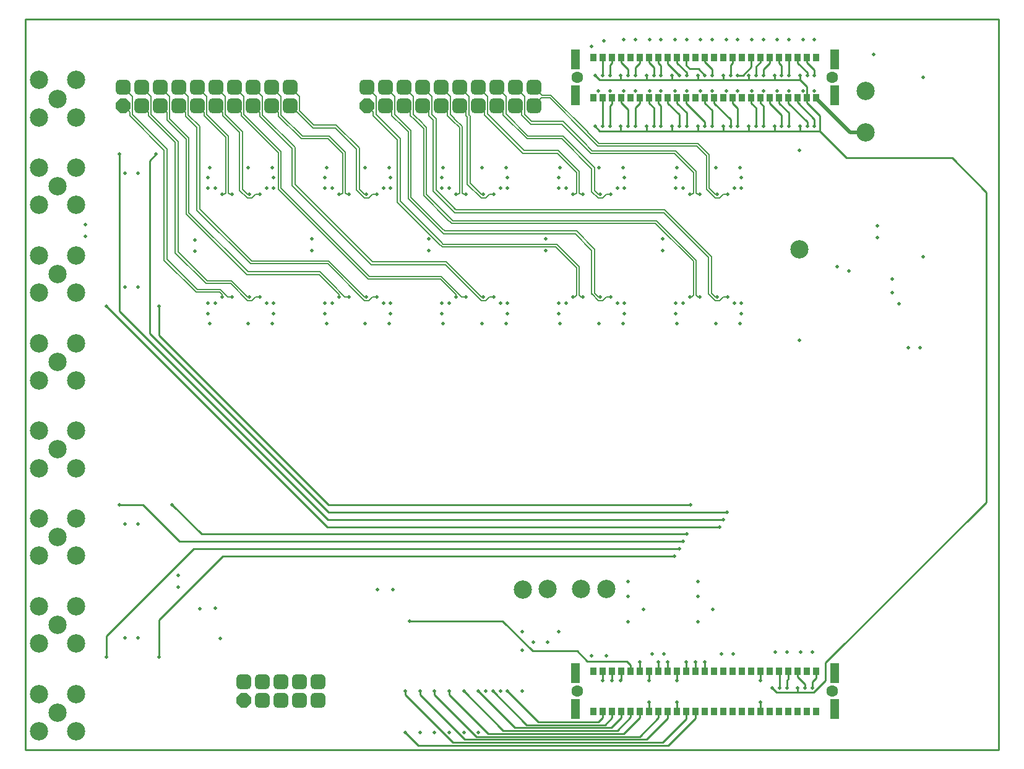
<source format=gbl>
G04*
G04 #@! TF.GenerationSoftware,Altium Limited,Altium Designer,19.0.10 (269)*
G04*
G04 Layer_Physical_Order=4*
G04 Layer_Color=16711680*
%FSLAX44Y44*%
%MOMM*%
G71*
G01*
G75*
%ADD11C,0.2500*%
%ADD49C,0.5000*%
%ADD50C,0.2000*%
%ADD52C,1.6000*%
G04:AMPARAMS|DCode=53|XSize=2mm|YSize=2mm|CornerRadius=0.5mm|HoleSize=0mm|Usage=FLASHONLY|Rotation=180.000|XOffset=0mm|YOffset=0mm|HoleType=Round|Shape=RoundedRectangle|*
%AMROUNDEDRECTD53*
21,1,2.0000,1.0000,0,0,180.0*
21,1,1.0000,2.0000,0,0,180.0*
1,1,1.0000,-0.5000,0.5000*
1,1,1.0000,0.5000,0.5000*
1,1,1.0000,0.5000,-0.5000*
1,1,1.0000,-0.5000,-0.5000*
%
%ADD53ROUNDEDRECTD53*%
%ADD54P,2.1648X8X202.5*%
%ADD55C,2.5000*%
%ADD56C,0.5000*%
%ADD65R,1.2000X2.7000*%
G04:AMPARAMS|DCode=66|XSize=0.8mm|YSize=1.1mm|CornerRadius=0.1mm|HoleSize=0mm|Usage=FLASHONLY|Rotation=180.000|XOffset=0mm|YOffset=0mm|HoleType=Round|Shape=RoundedRectangle|*
%AMROUNDEDRECTD66*
21,1,0.8000,0.9000,0,0,180.0*
21,1,0.6000,1.1000,0,0,180.0*
1,1,0.2000,-0.3000,0.4500*
1,1,0.2000,0.3000,0.4500*
1,1,0.2000,0.3000,-0.4500*
1,1,0.2000,-0.3000,-0.4500*
%
%ADD66ROUNDEDRECTD66*%
D11*
X1022000Y85000D02*
X1028000Y79000D01*
X1037000D01*
X1315000Y339000D02*
Y763000D01*
X1268000Y810000D02*
X1315000Y763000D01*
X1124000Y810000D02*
X1268000D01*
X1095000Y119000D02*
X1315000Y339000D01*
X1095000Y95000D02*
Y119000D01*
X1087000Y847000D02*
X1124000Y810000D01*
X1087000Y847000D02*
Y868000D01*
X1075000Y847000D02*
X1087000D01*
X1032000Y85000D02*
Y107500D01*
X1044300Y97300D02*
Y107500D01*
X1042000Y95000D02*
X1044300Y97300D01*
X1057000Y100000D02*
Y107500D01*
Y100000D02*
X1067000Y90000D01*
X1082400Y98400D02*
Y107500D01*
X1077000Y93000D02*
X1082400Y98400D01*
X1084000Y84000D02*
X1095000Y95000D01*
X1044000Y79000D02*
X1057000D01*
X1067000Y85000D02*
Y90000D01*
X1077000Y85000D02*
Y93000D01*
X1057000Y79000D02*
Y85000D01*
Y79000D02*
X1072000D01*
X1072000Y79000D01*
X1084000Y84000D02*
Y84000D01*
X1079000Y79000D02*
X1084000Y84000D01*
X1072000Y79000D02*
X1079000D01*
X1042000Y85000D02*
Y95000D01*
X1037000Y79000D02*
X1037000Y79000D01*
X1044000D02*
X1044000Y79000D01*
X1037000Y79000D02*
X1044000D01*
X828000Y107500D02*
Y116000D01*
X823000Y121000D02*
X828000Y116000D01*
X769000Y121000D02*
X823000D01*
X755000Y135000D02*
X769000Y121000D01*
X694000Y135000D02*
X755000D01*
X653000Y176000D02*
X694000Y135000D01*
X526000Y176000D02*
X653000D01*
X828000Y107500D02*
X828400D01*
X633000Y22000D02*
X819000D01*
X579998Y75002D02*
X633000Y22000D01*
X579998Y75002D02*
Y79998D01*
X617000Y18000D02*
X840500D01*
X559997Y75002D02*
X617000Y18000D01*
X559997Y75002D02*
Y79998D01*
X601000Y14000D02*
X850000D01*
X539997Y75003D02*
X601000Y14000D01*
X539997Y75003D02*
Y79997D01*
X585000Y10000D02*
X872000D01*
X519997Y75003D02*
X585000Y10000D01*
X519997Y75003D02*
Y79997D01*
X815000Y95000D02*
X815700Y95700D01*
Y107500D01*
X803000Y95000D02*
Y107500D01*
X790300Y95300D02*
Y107500D01*
X790000Y95000D02*
X790300Y95300D01*
X1150000Y900000D02*
Y902000D01*
X1082500Y892500D02*
X1083000Y892000D01*
X1082400Y892500D02*
X1082500D01*
X955000Y917000D02*
X990000D01*
X920000D02*
X955000D01*
X850000D02*
X885000D01*
X815000D02*
X850000D01*
X1069700Y892500D02*
Y907300D01*
X1060000Y917000D02*
X1069700Y907300D01*
X1075000Y847000D02*
X1075000Y847000D01*
X1069700Y885300D02*
X1087000Y868000D01*
X1069700Y885300D02*
Y892500D01*
X921000Y932000D02*
X930000Y923000D01*
X909000Y932000D02*
X921000D01*
X904600Y936400D02*
X909000Y932000D01*
X1025000Y917000D02*
X1060000D01*
Y923000D01*
X990000Y917000D02*
X1025000D01*
Y923000D01*
X990000Y917000D02*
Y923000D01*
X955000Y917000D02*
Y923000D01*
X885000Y917000D02*
X920000D01*
Y923000D01*
X885000Y917000D02*
Y923000D01*
X920000Y847000D02*
X955000D01*
X990000D02*
Y853000D01*
Y847000D02*
Y847000D01*
X955000D02*
X990000D01*
X850000Y917000D02*
Y923000D01*
X780000Y923000D02*
X786000Y917000D01*
X815000D01*
Y923000D01*
X1060000Y847000D02*
X1075000D01*
X1060000D02*
Y853000D01*
X1025000Y847000D02*
X1060000D01*
X1025000D02*
Y853000D01*
X990000Y847000D02*
X1025000D01*
X955000Y847000D02*
Y853000D01*
X920000Y847000D02*
Y853000D01*
X885000Y847000D02*
X920000D01*
X885000D02*
Y853000D01*
X850000Y847000D02*
X885000D01*
X850000D02*
Y853000D01*
X815000Y847000D02*
Y853000D01*
Y847000D02*
X850000D01*
X786000D02*
X815000D01*
X780000Y853000D02*
X786000Y847000D01*
X211000Y285000D02*
X900000D01*
X241000Y295000D02*
X905000D01*
X230000Y275000D02*
X895000D01*
X270000Y265000D02*
X888000D01*
X415000Y325000D02*
X912000Y325000D01*
X170000Y570000D02*
X415000Y325000D01*
X912000Y325000D02*
X960000D01*
X414000Y315000D02*
X906000Y315000D01*
X129000Y600000D02*
X414000Y315000D01*
X906000Y315000D02*
X955000D01*
X413000Y305000D02*
X950000Y305000D01*
X111000Y607000D02*
X413000Y305000D01*
X414929Y335071D02*
X910000Y335071D01*
X183000Y178000D02*
X270000Y265000D01*
X183000Y567000D02*
X414929Y335071D01*
X955000Y315000D02*
Y315222D01*
Y314722D02*
Y315000D01*
X183000Y127000D02*
Y178000D01*
X111000Y156000D02*
X230000Y275000D01*
X111000Y127000D02*
Y156000D01*
X201000Y335000D02*
X241000Y295000D01*
X161000Y335000D02*
X211000Y285000D01*
X129000Y335000D02*
X161000D01*
X183000Y567000D02*
Y607000D01*
X170000Y806000D02*
X179000Y815000D01*
X170000Y570000D02*
Y806000D01*
X183000Y607000D02*
X183000D01*
X790000Y44000D02*
Y52500D01*
X917300Y43300D02*
Y52500D01*
X880000Y6000D02*
X917300Y43300D01*
X537997Y6000D02*
X880000D01*
X519998Y23998D02*
X537997Y6000D01*
X904600Y42600D02*
Y52500D01*
X872000Y10000D02*
X904600Y42600D01*
X879200Y43200D02*
Y52500D01*
X850000Y14000D02*
X879200Y43200D01*
X866500Y44000D02*
Y52500D01*
X840500Y18000D02*
X866500Y44000D01*
X841100Y44100D02*
Y52500D01*
X819000Y22000D02*
X841100Y44100D01*
X828400Y44400D02*
Y52500D01*
X810000Y26000D02*
X828400Y44400D01*
X653998Y26000D02*
X810000D01*
X815700Y44000D02*
Y52500D01*
X801700Y30000D02*
X815700Y44000D01*
X803000D02*
Y52500D01*
X793000Y34000D02*
X803000Y44000D01*
X784000Y38000D02*
X790000Y44000D01*
X702000Y38000D02*
X784000D01*
X599999Y79999D02*
X653998Y26000D01*
X669998Y30000D02*
X801700D01*
X686000Y34000D02*
X793000D01*
X619999Y79999D02*
X669998Y30000D01*
X640000Y80000D02*
X686000Y34000D01*
X660000Y80000D02*
X702000Y38000D01*
X790000Y52500D02*
X790300D01*
X260000Y193000D02*
Y194000D01*
X260000Y194000D02*
X260000Y194000D01*
X866500Y107500D02*
Y120000D01*
X841100Y107500D02*
Y120000D01*
X879200Y107500D02*
Y120000D01*
X930000Y107500D02*
Y120000D01*
X917300Y107500D02*
Y120000D01*
X904600Y107500D02*
Y120000D01*
X853800Y52500D02*
Y65000D01*
Y95000D02*
Y107500D01*
X1006200Y95000D02*
Y107500D01*
Y52500D02*
Y65000D01*
X891900Y52500D02*
Y65000D01*
Y95000D02*
Y107500D01*
X1069700Y940300D02*
Y947500D01*
Y940300D02*
X1080000Y930000D01*
Y923000D02*
Y930000D01*
X1057000Y940000D02*
Y947500D01*
Y940000D02*
X1070000Y927000D01*
Y923000D02*
Y927000D01*
X1044300Y947500D02*
X1045000Y946800D01*
Y923000D02*
Y946800D01*
X1031600Y940000D02*
Y947500D01*
Y940000D02*
X1035000Y936600D01*
Y923000D02*
Y936600D01*
X1018900Y940000D02*
Y947500D01*
X1010000Y931100D02*
X1018900Y940000D01*
X1010000Y923000D02*
Y931100D01*
X1006200Y941200D02*
Y947500D01*
X1000000Y935000D02*
X1006200Y941200D01*
X1000000Y923000D02*
Y935000D01*
X993500Y934500D02*
Y947500D01*
X982000Y923000D02*
X993500Y934500D01*
X975000Y923000D02*
X982000D01*
X968000Y947400D02*
X968100Y947500D01*
X968000Y940000D02*
Y947400D01*
X965000Y937000D02*
X968000Y940000D01*
X965000Y923000D02*
Y937000D01*
X940000Y923000D02*
X940000Y923000D01*
Y931000D01*
X930000Y941000D02*
X940000Y931000D01*
X930000Y941000D02*
Y947500D01*
X904600Y936400D02*
Y947500D01*
X879200Y938800D02*
X895000Y923000D01*
X879200Y938800D02*
Y947500D01*
X905000Y923000D02*
Y927000D01*
X891900Y940100D02*
X905000Y927000D01*
X891900Y940100D02*
Y947500D01*
X866500Y940000D02*
Y947500D01*
Y940000D02*
X870000Y936500D01*
Y923000D02*
Y936500D01*
X860000Y923000D02*
Y934000D01*
X853800Y940200D02*
X860000Y934000D01*
X853800Y940200D02*
Y947500D01*
X841000Y947400D02*
X841100Y947500D01*
X841000Y940000D02*
Y947400D01*
X835000Y934000D02*
X841000Y940000D01*
X835000Y923000D02*
Y934000D01*
X825000Y923000D02*
Y931000D01*
X815700Y940300D02*
X825000Y931000D01*
X815700Y940300D02*
Y947500D01*
X803000Y940000D02*
Y947500D01*
X800000Y937000D02*
X803000Y940000D01*
X800000Y923000D02*
Y937000D01*
X790000Y923000D02*
X790300Y923300D01*
Y947500D01*
X1057000Y886000D02*
Y892500D01*
Y886000D02*
X1080000Y863000D01*
Y853000D02*
Y863000D01*
X1044300Y885000D02*
Y892500D01*
Y885000D02*
X1070000Y859300D01*
Y853000D02*
Y859300D01*
X1031600Y885000D02*
Y892500D01*
Y885000D02*
X1045000Y871600D01*
Y853000D02*
Y871600D01*
X1018900Y885000D02*
Y892500D01*
Y885000D02*
X1035000Y868900D01*
Y853000D02*
Y868900D01*
X1006200Y885000D02*
Y892500D01*
Y885000D02*
X1010000Y881200D01*
Y853000D02*
Y881200D01*
X993500Y885000D02*
Y892500D01*
Y885000D02*
X1000000Y878500D01*
Y853000D02*
Y878500D01*
X968000Y892400D02*
X968100Y892500D01*
X968000Y885000D02*
Y892400D01*
Y885000D02*
X975000Y878000D01*
Y853000D02*
Y878000D01*
X965000Y853000D02*
Y862700D01*
Y852000D02*
Y853000D01*
X942700Y885000D02*
Y892500D01*
Y885000D02*
X965000Y862700D01*
X930000Y885000D02*
Y892500D01*
Y885000D02*
X940000Y875000D01*
Y853000D02*
Y875000D01*
X904600Y885000D02*
Y892500D01*
Y885000D02*
X930000Y859600D01*
Y853000D02*
Y859600D01*
X891900Y885100D02*
Y892500D01*
Y885100D02*
X905000Y872000D01*
Y853000D02*
Y872000D01*
X879200Y885000D02*
Y892500D01*
Y885000D02*
X895000Y869200D01*
Y853000D02*
Y869200D01*
X866500Y885000D02*
Y892500D01*
Y885000D02*
X870000Y881500D01*
Y853000D02*
Y881500D01*
X853800Y885000D02*
Y892500D01*
Y885000D02*
X860000Y878800D01*
Y853000D02*
Y878800D01*
X841100Y885000D02*
Y892500D01*
X835000Y878900D02*
X841100Y885000D01*
X835000Y853000D02*
Y878900D01*
X815700Y885300D02*
Y892500D01*
Y885300D02*
X825000Y876000D01*
Y853000D02*
Y876000D01*
X803000Y884000D02*
Y892500D01*
X800000Y881000D02*
X803000Y884000D01*
X800000Y853000D02*
Y881000D01*
X790000Y892200D02*
X790300Y892500D01*
X790000Y853000D02*
Y892200D01*
X129000Y600000D02*
Y815000D01*
X0Y0D02*
X1332000D01*
Y1000000D01*
X0D02*
X1332000D01*
X0Y0D02*
Y1000000D01*
D49*
X1129000Y845000D02*
X1150000D01*
X1083000Y891000D02*
X1129000Y845000D01*
X1083000Y891000D02*
Y892000D01*
D50*
X423902Y851098D02*
X453000Y822000D01*
Y766000D02*
Y822000D01*
Y766000D02*
X458000Y761000D01*
X425518Y855000D02*
X457000Y823518D01*
Y767000D02*
Y823518D01*
Y767000D02*
X464000Y760000D01*
X197702Y890000D02*
Y894298D01*
X185000Y907000D02*
X197702Y894298D01*
X193902Y822098D02*
X194000Y822000D01*
X146902Y869098D02*
X193902Y822098D01*
X143000Y867482D02*
X190000Y820482D01*
X331759Y831241D02*
X332902Y830098D01*
X295400Y867600D02*
X331759Y831241D01*
X332902Y830098D02*
X346098Y816902D01*
Y767384D02*
Y816902D01*
X350000Y769000D02*
Y818518D01*
X368902Y774098D02*
Y824616D01*
X365000Y772482D02*
Y823000D01*
X438000Y762000D02*
Y817518D01*
X413902Y836098D02*
X434098Y815902D01*
X415518Y840000D02*
X438000Y817518D01*
X377384Y836098D02*
X413902D01*
X379000Y840000D02*
X415518D01*
X393384Y851098D02*
X423902D01*
X395000Y855000D02*
X425518D01*
X308384Y665098D02*
X413902D01*
X209000Y681657D02*
Y832518D01*
Y681657D02*
X248657Y642000D01*
X205000Y680000D02*
X247000Y638000D01*
X190000Y670000D02*
Y820482D01*
X193902Y671616D02*
Y822098D01*
Y671616D02*
X235518Y630000D01*
X190000Y670000D02*
X233902Y626098D01*
X556302Y869298D02*
X561902Y863698D01*
X558000Y764482D02*
X584482Y738000D01*
X552400Y867682D02*
X558000Y862082D01*
X543600Y881600D02*
X552400Y872800D01*
Y867682D02*
Y872800D01*
X543602Y907002D02*
X556302Y894302D01*
Y869298D02*
Y894302D01*
X530902Y869616D02*
X535000Y865518D01*
X539000Y861518D02*
X549000Y851518D01*
X535000Y865518D02*
X539000Y861518D01*
X532241Y862759D02*
X535098Y859902D01*
X527000Y868000D02*
X532241Y862759D01*
X535098Y859902D02*
X545098Y849902D01*
Y758384D02*
X577000Y726482D01*
X583384Y720098D02*
X583384Y720098D01*
X577000Y726482D02*
X583384Y720098D01*
X517241Y852241D02*
X519000Y850482D01*
X501600Y867882D02*
X517241Y852241D01*
X519000Y850482D02*
X524000Y845482D01*
X505502Y869498D02*
X520000Y855000D01*
X522902Y852098D02*
X527902Y847098D01*
X520000Y855000D02*
X522902Y852098D01*
X571000Y713000D02*
X574098Y709902D01*
X527902Y756098D02*
X571000Y713000D01*
X574098Y709902D02*
X574098Y709902D01*
X480102Y869398D02*
X503500Y846000D01*
X507902Y841598D02*
X512902Y836598D01*
X503500Y846000D02*
X507902Y841598D01*
X568759Y695241D02*
X572000Y692000D01*
X512902Y751098D02*
X568759Y695241D01*
X572000Y692000D02*
X572000Y692000D01*
X500741Y843241D02*
X504000Y839982D01*
X476200Y867782D02*
X500741Y843241D01*
X504000Y839982D02*
X509000Y834982D01*
Y749482D02*
X566000Y692482D01*
X570384Y688098D02*
X570384Y688098D01*
X566000Y692482D02*
X570384Y688098D01*
X561902Y766098D02*
Y863698D01*
X558000Y764482D02*
Y862082D01*
X545098Y758384D02*
Y849902D01*
X549000Y760000D02*
Y851518D01*
X527902Y756098D02*
Y847098D01*
X524000Y754482D02*
Y845482D01*
X512902Y751098D02*
Y836598D01*
X509000Y749482D02*
Y834982D01*
X561902Y766098D02*
X589000Y739000D01*
X584482Y738000D02*
X587384Y735098D01*
X587384Y735098D01*
X587241Y740759D02*
X589000Y739000D01*
X579759Y729241D02*
X585000Y724000D01*
X568241Y710241D02*
X572482Y706000D01*
X434098Y762098D02*
Y815902D01*
X235518Y630000D02*
X267000D01*
X277000Y620000D01*
X283000D01*
X233902Y626098D02*
X265902D01*
X269000Y623000D01*
Y620000D02*
Y623000D01*
X315000Y620000D02*
X321000D01*
X429000Y620000D02*
Y623000D01*
X437000Y620000D02*
X443000D01*
X597000D02*
X603000D01*
X589000D02*
Y623000D01*
X248657Y642000D02*
X282000D01*
X247000Y638000D02*
X281000D01*
X304000Y615000D01*
X310000D01*
Y615000D02*
Y615000D01*
Y615000D02*
X315000Y620000D01*
X282000Y642000D02*
X304000Y620000D01*
X307000D01*
X223902Y735098D02*
X305000Y654000D01*
X220000Y733482D02*
X303384Y650098D01*
X401902D01*
X429000Y623000D01*
X305000Y654000D02*
X403000D01*
X238902Y740098D02*
X310000Y669000D01*
X235000Y738482D02*
X308384Y665098D01*
X464000Y620000D02*
X467000D01*
X470000Y615000D02*
X475000Y620000D01*
X464000Y615000D02*
X470000D01*
X475000Y620000D02*
X481000D01*
X413902Y665098D02*
X464000Y615000D01*
X310000Y669000D02*
X415000D01*
X464000Y620000D01*
X304000Y760000D02*
X307000D01*
X297000Y767000D02*
X304000Y760000D01*
X310000Y755000D02*
X315000Y760000D01*
X304000Y755000D02*
X310000D01*
X315000Y760000D02*
X321000D01*
X293464Y765536D02*
X304000Y755000D01*
X272000Y760000D02*
X274098Y762098D01*
X269000Y760000D02*
X272000D01*
X278000Y762000D02*
X280000Y760000D01*
X283000D01*
X346098Y767384D02*
X469482Y644000D01*
X568000D01*
X589000Y623000D01*
X569098Y647902D02*
X597000Y620000D01*
X368902Y774098D02*
X475000Y668000D01*
X365000Y772482D02*
X473482Y664000D01*
X635000Y620000D02*
X641000D01*
X575000Y664000D02*
X624000Y615000D01*
X630000D01*
Y615000D02*
X635000Y620000D01*
X624000D02*
X627000D01*
X473482Y664000D02*
X575000D01*
X576000Y668000D02*
X624000Y620000D01*
X475000Y668000D02*
X576000D01*
X920000Y620000D02*
X923000D01*
X918000Y622000D02*
X920000Y620000D01*
X912000D02*
X914098Y622098D01*
X909000Y620000D02*
X912000D01*
X935000Y624000D02*
X944000Y615000D01*
X950000Y615000D02*
X955000Y620000D01*
X944000Y615000D02*
X950000D01*
X955000Y620000D02*
X961000D01*
X938902Y625098D02*
X944000Y620000D01*
X947000D01*
X587384Y735098D02*
X873902Y735098D01*
X935000Y674000D01*
Y624000D02*
Y674000D01*
X589000Y739000D02*
X875000Y739000D01*
X938902Y675098D01*
Y625098D02*
Y675098D01*
X549000Y760000D02*
X585000Y724000D01*
X585000Y724000D02*
X864000Y724000D01*
X583384Y720098D02*
X862384Y720098D01*
X864000Y724000D02*
X918000Y670000D01*
X862384Y720098D02*
X914098Y668384D01*
X918000Y622000D02*
Y670000D01*
X914098Y622098D02*
Y668384D01*
X524000Y754482D02*
X572482Y706000D01*
X574098Y709902D02*
X754098Y709902D01*
X760000Y620000D02*
X763000D01*
X758000Y622000D02*
X760000Y620000D01*
X752000D02*
X754098Y622098D01*
X749000Y620000D02*
X752000D01*
X775464Y623535D02*
X784000Y615000D01*
X779000Y625000D02*
X784000Y620000D01*
X787000D01*
X790000Y615000D02*
X795000Y620000D01*
X784000Y615000D02*
X790000D01*
X795000Y620000D02*
X801000D01*
X572482Y706000D02*
X752482Y706000D01*
X754098Y709902D02*
X779000Y685000D01*
X752482Y706000D02*
X775098Y683384D01*
X779000Y625000D02*
Y685000D01*
X775098Y623902D02*
Y683384D01*
Y623902D02*
X777000Y622000D01*
X572000Y692000D02*
X727000Y692000D01*
X570384Y688098D02*
X725384Y688098D01*
X727000Y692000D02*
X758000Y661000D01*
X725384Y688098D02*
X754098Y659384D01*
X758000Y622000D02*
Y661000D01*
X754098Y622098D02*
Y659384D01*
X440000Y760000D02*
X443000D01*
X438000Y762000D02*
X440000Y760000D01*
X432000D02*
X434098Y762098D01*
X429000Y760000D02*
X432000D01*
X455464Y763536D02*
X464000Y755000D01*
X464000Y760000D02*
X467000D01*
X470000Y755000D02*
X475000Y760000D01*
X464000Y755000D02*
X470000D01*
X475000Y760000D02*
X481000D01*
X471098Y647902D02*
X569098D01*
X350000Y769000D02*
X471098Y647902D01*
X403000Y654000D02*
X419000Y638000D01*
X437000Y620000D01*
X588000Y863000D02*
X598000Y853000D01*
X586000Y865000D02*
X588000Y863000D01*
X581702Y869298D02*
X586000Y865000D01*
X584098Y861384D02*
X594098Y851384D01*
X577800Y867682D02*
X584098Y861384D01*
X598000Y762000D02*
Y853000D01*
X594098Y762098D02*
Y851384D01*
X605000Y774000D02*
X624000Y755000D01*
X600000Y760000D02*
X603000D01*
X598000Y762000D02*
X600000Y760000D01*
X592000D02*
X594098Y762098D01*
X589000Y760000D02*
X592000D01*
X635000D02*
X641000D01*
X608536Y775464D02*
X624000Y760000D01*
X627000D01*
X630000Y755000D02*
X635000Y760000D01*
X624000Y755000D02*
X630000D01*
X729400Y820000D02*
X757941Y791459D01*
X727818Y816182D02*
X754098Y789902D01*
X682600Y820000D02*
X729400D01*
X681018Y816182D02*
X727818D01*
X619802Y907002D02*
X632502Y894302D01*
Y870098D02*
Y894302D01*
Y870098D02*
X682600Y820000D01*
X628600Y868600D02*
Y872800D01*
X619800Y881600D02*
X628600Y872800D01*
Y868600D02*
X681018Y816182D01*
X686502Y836098D02*
X733902D01*
X654000Y868600D02*
X686502Y836098D01*
X645200Y881600D02*
X654000Y872800D01*
Y868600D02*
Y872800D01*
X688000Y840000D02*
X735518D01*
X657902Y870098D02*
X688000Y840000D01*
X657902Y870098D02*
Y894302D01*
X679400Y868600D02*
X691902Y856098D01*
X679400Y868600D02*
Y872800D01*
X693000Y860000D02*
X735518D01*
X683302Y869698D02*
X693000Y860000D01*
X683302Y869698D02*
Y894302D01*
X691902Y856098D02*
X733902D01*
X778902Y789000D02*
Y796616D01*
X775000Y789000D02*
Y795000D01*
X775098Y763902D02*
X784000Y755000D01*
X779000Y765000D02*
X784000Y760000D01*
X787000D01*
X790000Y755000D02*
X795000Y760000D01*
X784000Y755000D02*
X790000D01*
X795000Y760000D02*
X801000D01*
X779000Y765000D02*
Y790518D01*
X775098Y763902D02*
Y788902D01*
X760000Y760000D02*
X763000D01*
X758000Y762000D02*
X760000Y760000D01*
X758000Y762000D02*
Y791518D01*
X754098Y762098D02*
Y789902D01*
X752000Y760000D02*
X754098Y762098D01*
X749000Y760000D02*
X752000D01*
X762759Y832759D02*
X775616Y819902D01*
X760000Y830000D02*
X774000Y816000D01*
X775616Y819902D02*
X889616D01*
X774000Y816000D02*
X888000D01*
X889616Y819902D02*
X918000Y791518D01*
X888000Y816000D02*
X914098Y789902D01*
X909000Y760000D02*
X912000D01*
X914098Y762098D01*
Y789902D01*
X918000Y762000D02*
Y791518D01*
Y762000D02*
X920000Y760000D01*
X923000D01*
X767500Y842500D02*
X783536Y826464D01*
X770000Y845000D02*
X785000Y830000D01*
X783536Y826464D02*
X918536D01*
X785000Y830000D02*
X920000D01*
X918536Y826464D02*
X932000Y813000D01*
X920000Y830000D02*
X935536Y814464D01*
X955000Y760000D02*
X961000D01*
X944000Y755000D02*
X950000D01*
Y755000D02*
X955000Y760000D01*
X944000D02*
X947000D01*
X935536Y768465D02*
Y814464D01*
X932000Y767000D02*
Y813000D01*
X935536Y768465D02*
X944000Y760000D01*
X932000Y767000D02*
X944000Y755000D01*
X733902Y856098D02*
X760902Y829098D01*
X350102Y868898D02*
X379000Y840000D01*
X346200Y867282D02*
X377384Y836098D01*
X371682Y872800D02*
X393384Y851098D01*
X375502Y874498D02*
X395000Y855000D01*
X603200Y867800D02*
X605000Y866000D01*
X607102Y868898D02*
X608536Y867465D01*
Y775464D02*
Y867465D01*
X605000Y774000D02*
Y866000D01*
X718000Y892000D02*
X769000Y841000D01*
X706400Y892000D02*
X718000D01*
X696000Y881600D02*
X706400Y892000D01*
X719000Y896000D02*
X770464Y844536D01*
X707003Y896000D02*
X719000Y896000D01*
X696002Y907002D02*
X707003Y896000D01*
X733902Y836098D02*
X775000Y795000D01*
X735518Y840000D02*
X778902Y796616D01*
X735518Y860000D02*
X762518Y833000D01*
X320800Y867200D02*
X365000Y823000D01*
X324702Y868816D02*
X368902Y824616D01*
X299302Y869216D02*
X350000Y818518D01*
X270000Y868000D02*
Y872800D01*
Y868000D02*
X293464Y844536D01*
Y765536D02*
Y844536D01*
X273902Y869098D02*
X297000Y846000D01*
X278000Y762000D02*
Y840000D01*
X274098Y762098D02*
Y838384D01*
X297000Y767000D02*
Y846000D01*
X244600Y867882D02*
X274098Y838384D01*
X248502Y869498D02*
X278000Y840000D01*
X235000Y738482D02*
Y851482D01*
X238902Y740098D02*
Y853098D01*
X219200Y867282D02*
X235000Y851482D01*
X223102Y868898D02*
X238902Y853098D01*
X223902Y735098D02*
Y837616D01*
X220000Y733482D02*
Y836000D01*
X197702Y863816D02*
X223902Y837616D01*
X193800Y862200D02*
X220000Y836000D01*
X185000Y881600D02*
X193800Y872800D01*
Y862200D02*
Y872800D01*
X197702Y863816D02*
Y894302D01*
X210400Y881600D02*
X219200Y872800D01*
X210402Y907002D02*
X223102Y894302D01*
Y868898D02*
Y894302D01*
X219200Y867282D02*
Y872800D01*
X205000Y680000D02*
Y831000D01*
X168400Y867600D02*
X205000Y831000D01*
X168400Y867600D02*
Y872800D01*
X172302Y869216D02*
X209000Y832518D01*
X172302Y869216D02*
Y894302D01*
X159602Y907002D02*
X172302Y894302D01*
X467400Y881600D02*
X476200Y872800D01*
Y867782D02*
Y872800D01*
X467402Y907002D02*
X480102Y894302D01*
Y869398D02*
Y894302D01*
X505502Y869498D02*
Y894302D01*
X492802Y907002D02*
X505502Y894302D01*
X501600Y867882D02*
Y872800D01*
X492800Y881600D02*
X501600Y872800D01*
X530902Y869616D02*
Y894302D01*
X518202Y907002D02*
X530902Y894302D01*
X527000Y868000D02*
Y872800D01*
X518200Y881600D02*
X527000Y872800D01*
X581702Y869298D02*
Y894302D01*
X569002Y907002D02*
X581702Y894302D01*
X577800Y867682D02*
Y872800D01*
X569000Y881600D02*
X577800Y872800D01*
X607102Y868898D02*
Y894302D01*
X594402Y907002D02*
X607102Y894302D01*
X603200Y867800D02*
Y872800D01*
X594400Y881600D02*
X603200Y872800D01*
X645202Y907002D02*
X657902Y894302D01*
X670602Y907002D02*
X683302Y894302D01*
X670600Y881600D02*
X679400Y872800D01*
X362800Y881600D02*
X371600Y872800D01*
X371682D01*
X362802Y907002D02*
X375502Y894302D01*
Y874498D02*
Y894302D01*
X337400Y881600D02*
X346200Y872800D01*
Y867282D02*
Y872800D01*
X337402Y907002D02*
X350102Y894302D01*
Y868898D02*
Y894302D01*
X312000Y881600D02*
X320800Y872800D01*
Y867200D02*
Y872800D01*
X312002Y907002D02*
X324702Y894302D01*
Y868816D02*
Y894302D01*
X286600Y881600D02*
X295400Y872800D01*
Y867600D02*
Y872800D01*
X286602Y907002D02*
X299302Y894302D01*
Y869216D02*
Y894302D01*
X261200Y881600D02*
X270000Y872800D01*
X261202Y907002D02*
X273902Y894302D01*
Y869098D02*
Y894302D01*
X235800Y881600D02*
X244600Y872800D01*
Y867882D02*
Y872800D01*
X235802Y907002D02*
X248502Y894302D01*
Y869498D02*
Y894302D01*
X159600Y881600D02*
X168400Y872800D01*
X146902Y869098D02*
Y894302D01*
X134202Y907002D02*
X146902Y894302D01*
X143000Y867482D02*
Y872800D01*
X134200Y881600D02*
X143000Y872800D01*
D52*
X1104500Y920000D02*
D03*
X755500D02*
D03*
X1104500Y80000D02*
D03*
X755500D02*
D03*
D53*
X299200Y92700D02*
D03*
X350000D02*
D03*
X324600D02*
D03*
X400800D02*
D03*
X350000Y67300D02*
D03*
X324600D02*
D03*
X400800D02*
D03*
X375400Y92700D02*
D03*
Y67300D02*
D03*
X467402Y907002D02*
D03*
X518200Y907000D02*
D03*
X492800D02*
D03*
X569000D02*
D03*
X619800D02*
D03*
X594400D02*
D03*
X670600D02*
D03*
X696000D02*
D03*
X518200Y881600D02*
D03*
X492800D02*
D03*
X569000D02*
D03*
X619800D02*
D03*
X594400D02*
D03*
X670600D02*
D03*
X696000D02*
D03*
X543600Y907000D02*
D03*
X645200D02*
D03*
X543600Y881600D02*
D03*
X645200D02*
D03*
X134202Y907002D02*
D03*
X185000Y907000D02*
D03*
X159600D02*
D03*
X235800D02*
D03*
X286600D02*
D03*
X261200D02*
D03*
X337400D02*
D03*
X362800D02*
D03*
X185000Y881600D02*
D03*
X159600D02*
D03*
X235800D02*
D03*
X286600D02*
D03*
X261200D02*
D03*
X337400D02*
D03*
X362800D02*
D03*
X210400Y907000D02*
D03*
X312000D02*
D03*
X210400Y881600D02*
D03*
X312000D02*
D03*
D54*
X299200Y67300D02*
D03*
X467400Y881600D02*
D03*
X134200D02*
D03*
D55*
X44000Y891000D02*
D03*
X18500Y865500D02*
D03*
Y916500D02*
D03*
X69500Y865500D02*
D03*
Y916500D02*
D03*
X44000Y771000D02*
D03*
X18500Y745500D02*
D03*
Y796500D02*
D03*
X69500Y745500D02*
D03*
Y796500D02*
D03*
X44000Y651000D02*
D03*
X18500Y625500D02*
D03*
Y676500D02*
D03*
X69500Y625500D02*
D03*
Y676500D02*
D03*
X44000Y531000D02*
D03*
X18500Y505500D02*
D03*
Y556500D02*
D03*
X69500Y505500D02*
D03*
Y556500D02*
D03*
X44000Y411000D02*
D03*
X18500Y385500D02*
D03*
Y436500D02*
D03*
X69500Y385500D02*
D03*
Y436500D02*
D03*
X44000Y291000D02*
D03*
X18500Y265500D02*
D03*
Y316500D02*
D03*
X69500Y265500D02*
D03*
Y316500D02*
D03*
X44000Y171000D02*
D03*
X18500Y145500D02*
D03*
Y196500D02*
D03*
X69500Y145500D02*
D03*
Y196500D02*
D03*
X44000Y51000D02*
D03*
X18500Y25500D02*
D03*
Y76500D02*
D03*
X69500Y25500D02*
D03*
Y76500D02*
D03*
X715000Y220000D02*
D03*
X760000D02*
D03*
X1150000Y845000D02*
D03*
Y902000D02*
D03*
X1059000Y685000D02*
D03*
X681000Y219000D02*
D03*
X795000Y220000D02*
D03*
D56*
X1208000Y550000D02*
D03*
X1042000Y134000D02*
D03*
X1026000D02*
D03*
X1077000D02*
D03*
X1061000D02*
D03*
X1077000Y85000D02*
D03*
X1067000D02*
D03*
X1057000D02*
D03*
X1042000D02*
D03*
X1032000D02*
D03*
X1022000D02*
D03*
X825000Y230000D02*
D03*
Y210000D02*
D03*
X846000Y192000D02*
D03*
X825000Y175000D02*
D03*
X920000Y230000D02*
D03*
Y210000D02*
D03*
Y175000D02*
D03*
X941000Y192000D02*
D03*
X526000Y176000D02*
D03*
X679998Y135998D02*
D03*
X650000Y80000D02*
D03*
X630000D02*
D03*
X679998Y79998D02*
D03*
X620001Y24001D02*
D03*
X600001D02*
D03*
X580000Y24000D02*
D03*
X559999Y23999D02*
D03*
X539998Y23998D02*
D03*
X815000Y95000D02*
D03*
X803000D02*
D03*
X790000D02*
D03*
X1196000Y610000D02*
D03*
X1186000Y644000D02*
D03*
Y626000D02*
D03*
X1229000Y675000D02*
D03*
X1166000Y717000D02*
D03*
Y701000D02*
D03*
X1127000Y655000D02*
D03*
X1111000Y661000D02*
D03*
X1224000Y550000D02*
D03*
X1161000Y952000D02*
D03*
X1229000Y920000D02*
D03*
X1060000Y923000D02*
D03*
X1025000D02*
D03*
X990000D02*
D03*
X955000D02*
D03*
X920000D02*
D03*
X885000D02*
D03*
X850000D02*
D03*
X780000Y923000D02*
D03*
X815000Y923000D02*
D03*
X1060000Y853000D02*
D03*
X1025000Y853000D02*
D03*
X990000D02*
D03*
X955000Y853000D02*
D03*
X920000D02*
D03*
X885000D02*
D03*
X850000D02*
D03*
X815000Y853000D02*
D03*
X780000Y853000D02*
D03*
X1059000Y560000D02*
D03*
Y820000D02*
D03*
X945000Y583000D02*
D03*
X785000D02*
D03*
X625000D02*
D03*
X465000D02*
D03*
X305000D02*
D03*
X945000Y797000D02*
D03*
X785000D02*
D03*
X625000D02*
D03*
X465000D02*
D03*
X305000D02*
D03*
X969000Y131000D02*
D03*
X953000Y131000D02*
D03*
X874000Y131000D02*
D03*
X858000D02*
D03*
X930000Y120000D02*
D03*
X879200D02*
D03*
X866500D02*
D03*
X841100D02*
D03*
X904600D02*
D03*
X917300D02*
D03*
X795000Y129000D02*
D03*
X775000D02*
D03*
X695000Y147000D02*
D03*
X680000Y162000D02*
D03*
X715000Y147000D02*
D03*
X730000Y162000D02*
D03*
X267000Y152000D02*
D03*
X960000Y325000D02*
D03*
X955000Y315000D02*
D03*
X950000Y305000D02*
D03*
X910000Y335000D02*
D03*
X905000Y295000D02*
D03*
X900000Y285000D02*
D03*
X895000Y275000D02*
D03*
X888000Y265000D02*
D03*
X519998Y23998D02*
D03*
X519997Y79997D02*
D03*
X539997D02*
D03*
X559997Y79998D02*
D03*
X579998Y79998D02*
D03*
X599999Y79999D02*
D03*
X619999D02*
D03*
X640000Y80000D02*
D03*
X660000D02*
D03*
X503000Y219000D02*
D03*
X482000D02*
D03*
X260000Y194000D02*
D03*
X239000Y193000D02*
D03*
X853800Y65000D02*
D03*
Y95000D02*
D03*
X1006200D02*
D03*
Y65000D02*
D03*
X891900D02*
D03*
Y95000D02*
D03*
X1070000Y923000D02*
D03*
X1080000D02*
D03*
X1035000D02*
D03*
X1045000D02*
D03*
X1000000D02*
D03*
X1010000D02*
D03*
X965000D02*
D03*
X975000D02*
D03*
X930000D02*
D03*
X940000D02*
D03*
X895000D02*
D03*
X905000D02*
D03*
X860000D02*
D03*
X870000D02*
D03*
X825000D02*
D03*
X835000D02*
D03*
X790000D02*
D03*
X800000D02*
D03*
X1070000Y853000D02*
D03*
X1080000D02*
D03*
X1035000Y853000D02*
D03*
X1045000D02*
D03*
X1000000D02*
D03*
X1010000D02*
D03*
X965000Y853000D02*
D03*
X975000D02*
D03*
X930000D02*
D03*
X940000D02*
D03*
X895000D02*
D03*
X905000D02*
D03*
X860000D02*
D03*
X870000D02*
D03*
X825000Y853000D02*
D03*
X835000D02*
D03*
X658000Y797000D02*
D03*
X443000Y620000D02*
D03*
X792000Y970000D02*
D03*
X775000Y963000D02*
D03*
X800000Y853000D02*
D03*
X790000D02*
D03*
X420000Y769000D02*
D03*
X443000Y760000D02*
D03*
X923000Y620000D02*
D03*
X909000D02*
D03*
X961000Y620000D02*
D03*
X947000D02*
D03*
X763000D02*
D03*
X749000D02*
D03*
X801000Y620000D02*
D03*
X787000D02*
D03*
X603000Y620000D02*
D03*
X589000D02*
D03*
X641000Y620000D02*
D03*
X627000D02*
D03*
X467000D02*
D03*
X481000D02*
D03*
X429000Y620000D02*
D03*
X307000Y620000D02*
D03*
X321000D02*
D03*
X283000D02*
D03*
X269000D02*
D03*
X179000Y815000D02*
D03*
X82000Y703000D02*
D03*
Y719000D02*
D03*
X819000Y902000D02*
D03*
X835000D02*
D03*
X854000D02*
D03*
X870000D02*
D03*
X889000D02*
D03*
X905000D02*
D03*
X924000D02*
D03*
X940000D02*
D03*
X959000D02*
D03*
X975000D02*
D03*
X994000D02*
D03*
X1010000D02*
D03*
X1029000D02*
D03*
X1045000D02*
D03*
X1064000D02*
D03*
X1080000D02*
D03*
X1080000Y972000D02*
D03*
X1064000D02*
D03*
X1045000D02*
D03*
X1029000D02*
D03*
X1010000D02*
D03*
X994000D02*
D03*
X975000D02*
D03*
X959000D02*
D03*
X940000D02*
D03*
X924000D02*
D03*
X905000D02*
D03*
X889000D02*
D03*
X870000D02*
D03*
X854000D02*
D03*
X835000D02*
D03*
X819000D02*
D03*
X800000Y902000D02*
D03*
X784000D02*
D03*
X732000Y583000D02*
D03*
X740000Y611000D02*
D03*
X730000D02*
D03*
Y597000D02*
D03*
X763000Y760000D02*
D03*
X749000D02*
D03*
X732000Y797000D02*
D03*
X740000Y769000D02*
D03*
X730000D02*
D03*
Y783000D02*
D03*
X818000Y583000D02*
D03*
X810000Y611000D02*
D03*
X820000D02*
D03*
Y597000D02*
D03*
Y783000D02*
D03*
Y769000D02*
D03*
X810000D02*
D03*
X818000Y797000D02*
D03*
X801000Y760000D02*
D03*
X787000D02*
D03*
X712000Y699000D02*
D03*
Y683000D02*
D03*
X872000D02*
D03*
Y699000D02*
D03*
X947000Y760000D02*
D03*
X961000D02*
D03*
X978000Y797000D02*
D03*
X970000Y769000D02*
D03*
X980000D02*
D03*
Y783000D02*
D03*
Y597000D02*
D03*
Y611000D02*
D03*
X970000D02*
D03*
X978000Y583000D02*
D03*
X890000Y783000D02*
D03*
Y769000D02*
D03*
X900000D02*
D03*
X892000Y797000D02*
D03*
X909000Y760000D02*
D03*
X923000D02*
D03*
X890000Y597000D02*
D03*
Y611000D02*
D03*
X900000D02*
D03*
X892000Y583000D02*
D03*
X572000D02*
D03*
X580000Y611000D02*
D03*
X570000D02*
D03*
Y597000D02*
D03*
X603000Y760000D02*
D03*
X589000D02*
D03*
X572000Y797000D02*
D03*
X580000Y769000D02*
D03*
X570000D02*
D03*
Y783000D02*
D03*
X658000Y583000D02*
D03*
X650000Y611000D02*
D03*
X660000D02*
D03*
Y597000D02*
D03*
Y783000D02*
D03*
Y769000D02*
D03*
X650000D02*
D03*
X641000Y760000D02*
D03*
X627000D02*
D03*
X552000Y699000D02*
D03*
Y683000D02*
D03*
X392000D02*
D03*
Y699000D02*
D03*
X232000Y698000D02*
D03*
Y682000D02*
D03*
X467000Y760000D02*
D03*
X481000D02*
D03*
X498000Y797000D02*
D03*
X490000Y769000D02*
D03*
X500000D02*
D03*
Y783000D02*
D03*
Y597000D02*
D03*
Y611000D02*
D03*
X490000D02*
D03*
X498000Y583000D02*
D03*
X410000Y783000D02*
D03*
Y769000D02*
D03*
X412000Y797000D02*
D03*
X429000Y760000D02*
D03*
X410000Y597000D02*
D03*
Y611000D02*
D03*
X420000D02*
D03*
X412000Y583000D02*
D03*
X252000D02*
D03*
X260000Y611000D02*
D03*
X250000D02*
D03*
Y597000D02*
D03*
X283000Y760000D02*
D03*
X269000D02*
D03*
X252000Y797000D02*
D03*
X260000Y769000D02*
D03*
X250000D02*
D03*
Y783000D02*
D03*
X338000Y583000D02*
D03*
X330000Y611000D02*
D03*
X340000D02*
D03*
Y597000D02*
D03*
Y783000D02*
D03*
Y769000D02*
D03*
X330000D02*
D03*
X338000Y797000D02*
D03*
X321000Y760000D02*
D03*
X307000D02*
D03*
X183000Y127000D02*
D03*
X111000D02*
D03*
X129000Y335000D02*
D03*
X201000D02*
D03*
X129000Y815000D02*
D03*
X183000Y607000D02*
D03*
X111000D02*
D03*
X136000Y633000D02*
D03*
X154000D02*
D03*
Y789000D02*
D03*
X136000D02*
D03*
X209000Y239000D02*
D03*
Y223000D02*
D03*
X136000Y309000D02*
D03*
X154000D02*
D03*
Y153000D02*
D03*
X136000D02*
D03*
D65*
X1107500Y944500D02*
D03*
Y895500D02*
D03*
X752500Y944500D02*
D03*
Y895500D02*
D03*
X1107500Y104500D02*
D03*
Y55500D02*
D03*
X752500Y104500D02*
D03*
Y55500D02*
D03*
D66*
X1082400Y892500D02*
D03*
Y947500D02*
D03*
X1069700D02*
D03*
X1031600D02*
D03*
X1069700Y892500D02*
D03*
X1057000D02*
D03*
X1044300D02*
D03*
X1031600D02*
D03*
X1057000Y947500D02*
D03*
X1044300D02*
D03*
X1018900D02*
D03*
X1006200D02*
D03*
X993500D02*
D03*
X980800D02*
D03*
X968100D02*
D03*
X955400D02*
D03*
X942700D02*
D03*
X930000D02*
D03*
X917300D02*
D03*
X904600D02*
D03*
X891900D02*
D03*
X879200D02*
D03*
X866500D02*
D03*
X853800D02*
D03*
X841100D02*
D03*
X828400D02*
D03*
X815700D02*
D03*
X803000D02*
D03*
X790300D02*
D03*
X777600D02*
D03*
D03*
X1018900Y892500D02*
D03*
X1006200D02*
D03*
X993500D02*
D03*
X980800D02*
D03*
X968100D02*
D03*
X955400D02*
D03*
X942700D02*
D03*
X930000D02*
D03*
X917300D02*
D03*
X904600D02*
D03*
X891900D02*
D03*
X879200D02*
D03*
X866500D02*
D03*
X853800D02*
D03*
X841100D02*
D03*
X828400D02*
D03*
X815700D02*
D03*
X803000D02*
D03*
X790300D02*
D03*
X777600D02*
D03*
D03*
X1082400Y52500D02*
D03*
Y107500D02*
D03*
X1069700D02*
D03*
X1031600D02*
D03*
X1069700Y52500D02*
D03*
X1057000D02*
D03*
X1044300D02*
D03*
X1031600D02*
D03*
X1057000Y107500D02*
D03*
X1044300D02*
D03*
X1018900D02*
D03*
X1006200D02*
D03*
X993500D02*
D03*
X980800D02*
D03*
X968100D02*
D03*
X955400D02*
D03*
X942700D02*
D03*
X930000D02*
D03*
X917300D02*
D03*
X904600D02*
D03*
X891900D02*
D03*
X879200D02*
D03*
X866500D02*
D03*
X853800D02*
D03*
X841100D02*
D03*
X828400D02*
D03*
X815700D02*
D03*
X803000D02*
D03*
X790300D02*
D03*
X777600D02*
D03*
D03*
X1018900Y52500D02*
D03*
X1006200D02*
D03*
X993500D02*
D03*
X980800D02*
D03*
X968100D02*
D03*
X955400D02*
D03*
X942700D02*
D03*
X930000D02*
D03*
X917300D02*
D03*
X904600D02*
D03*
X891900D02*
D03*
X879200D02*
D03*
X866500D02*
D03*
X853800D02*
D03*
X841100D02*
D03*
X828400D02*
D03*
X815700D02*
D03*
X803000D02*
D03*
X790300D02*
D03*
X777600D02*
D03*
D03*
M02*

</source>
